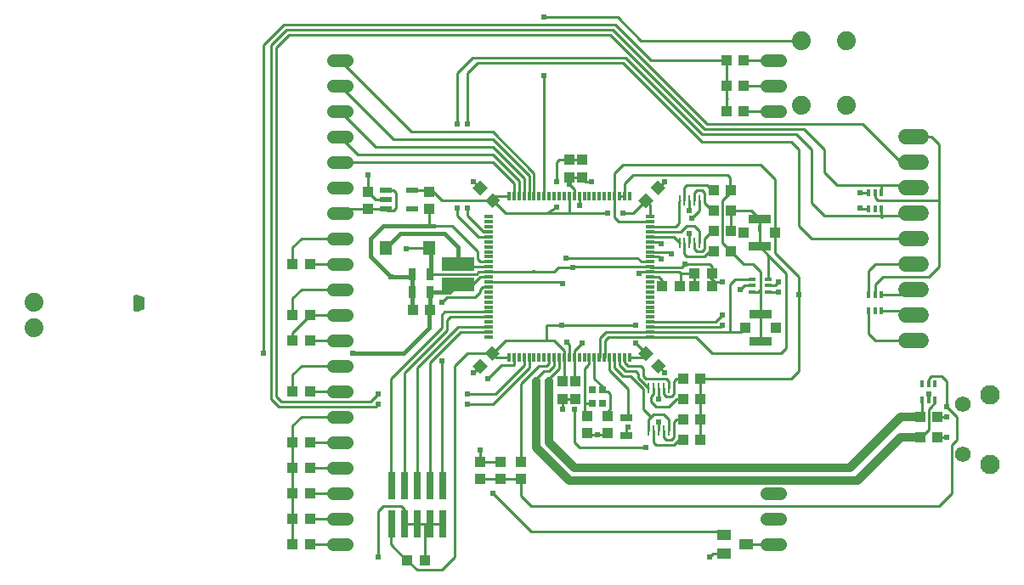
<source format=gtl>
G75*
G70*
%OFA0B0*%
%FSLAX24Y24*%
%IPPOS*%
%LPD*%
%AMOC8*
5,1,8,0,0,1.08239X$1,22.5*
%
%ADD10R,0.0433X0.0394*%
%ADD11R,0.0425X0.0413*%
%ADD12R,0.0413X0.0425*%
%ADD13R,0.0290X0.1100*%
%ADD14R,0.0276X0.0295*%
%ADD15R,0.0394X0.0433*%
%ADD16C,0.0768*%
%ADD17C,0.0620*%
%ADD18R,0.0354X0.0118*%
%ADD19R,0.0118X0.0354*%
%ADD20R,0.1260X0.0551*%
%ADD21R,0.0500X0.0579*%
%ADD22C,0.0160*%
%ADD23R,0.0472X0.0315*%
%ADD24R,0.0098X0.0394*%
%ADD25R,0.0866X0.0335*%
%ADD26R,0.0413X0.0394*%
%ADD27R,0.0276X0.0118*%
%ADD28C,0.0600*%
%ADD29R,0.0118X0.0276*%
%ADD30C,0.0740*%
%ADD31R,0.0472X0.0217*%
%ADD32R,0.0315X0.0472*%
%ADD33C,0.0515*%
%ADD34R,0.0551X0.0394*%
%ADD35C,0.0000*%
%ADD36C,0.0001*%
%ADD37C,0.0100*%
%ADD38C,0.0238*%
%ADD39C,0.0160*%
%ADD40C,0.0320*%
D10*
X015995Y014330D03*
X016665Y014330D03*
X026595Y011630D03*
X027265Y011630D03*
X027265Y010830D03*
X026595Y010830D03*
X026595Y010030D03*
X027265Y010030D03*
X027265Y009230D03*
X026595Y009230D03*
X035895Y009330D03*
X036565Y009330D03*
X036565Y010130D03*
X035895Y010130D03*
X028465Y016630D03*
X027795Y016630D03*
X027795Y017430D03*
X028465Y017430D03*
X028465Y018230D03*
X027795Y018230D03*
X027795Y019030D03*
X028465Y019030D03*
X028295Y022130D03*
X028965Y022130D03*
X028965Y023130D03*
X028295Y023130D03*
X028295Y024130D03*
X028965Y024130D03*
D11*
X022630Y020224D03*
X022130Y020224D03*
X022130Y019536D03*
X022630Y019536D03*
X022380Y011524D03*
X021880Y011524D03*
X021880Y010836D03*
X022380Y010836D03*
D12*
X011286Y005130D03*
X011974Y005130D03*
X011974Y006130D03*
X011286Y006130D03*
X011286Y007130D03*
X011974Y007130D03*
X011974Y008130D03*
X011286Y008130D03*
X011286Y009130D03*
X011974Y009130D03*
X011974Y011130D03*
X011286Y011130D03*
X011286Y013130D03*
X011974Y013130D03*
X011974Y014130D03*
X011286Y014130D03*
X011286Y016130D03*
X011974Y016130D03*
G36*
X018640Y019419D02*
X018931Y019128D01*
X018632Y018829D01*
X018341Y019120D01*
X018640Y019419D01*
G37*
G36*
X019128Y018931D02*
X019419Y018640D01*
X019120Y018341D01*
X018829Y018632D01*
X019128Y018931D01*
G37*
G36*
X025431Y018632D02*
X025140Y018341D01*
X024841Y018640D01*
X025132Y018931D01*
X025431Y018632D01*
G37*
G36*
X025919Y019120D02*
X025628Y018829D01*
X025329Y019128D01*
X025620Y019419D01*
X025919Y019120D01*
G37*
X027036Y015755D03*
X027036Y015255D03*
X026474Y015255D03*
X025786Y015255D03*
X027724Y015255D03*
X027724Y015755D03*
G36*
X025132Y012329D02*
X024841Y012620D01*
X025140Y012919D01*
X025431Y012628D01*
X025132Y012329D01*
G37*
G36*
X025620Y011841D02*
X025329Y012132D01*
X025628Y012431D01*
X025919Y012140D01*
X025620Y011841D01*
G37*
G36*
X018829Y012628D02*
X019120Y012919D01*
X019419Y012620D01*
X019128Y012329D01*
X018829Y012628D01*
G37*
G36*
X018341Y012140D02*
X018632Y012431D01*
X018931Y012132D01*
X018640Y011841D01*
X018341Y012140D01*
G37*
X016472Y004510D03*
X015783Y004510D03*
D13*
X015660Y005940D03*
X016160Y005940D03*
X016660Y005940D03*
X017160Y005940D03*
X017160Y007440D03*
X016660Y007440D03*
X016160Y007440D03*
X015660Y007440D03*
X015160Y007440D03*
X015160Y005940D03*
D14*
X023033Y010664D03*
X023427Y010664D03*
X023427Y011196D03*
X023033Y011196D03*
D15*
X022830Y010165D03*
X022830Y009495D03*
X023630Y009495D03*
X023630Y010165D03*
X020230Y008365D03*
X020230Y007695D03*
X019430Y007695D03*
X019430Y008365D03*
X018630Y008365D03*
X018630Y007695D03*
X016630Y018295D03*
X016630Y018965D03*
X014230Y018965D03*
X014230Y018295D03*
D16*
X038630Y011012D03*
X038630Y008256D03*
D17*
X037567Y008650D03*
X037567Y010618D03*
D18*
X025299Y013268D03*
X025299Y013465D03*
X025299Y013661D03*
X025299Y013858D03*
X025299Y014055D03*
X025299Y014252D03*
X025299Y014449D03*
X025299Y014646D03*
X025299Y014843D03*
X025299Y015039D03*
X025299Y015236D03*
X025299Y015433D03*
X025299Y015630D03*
X025299Y015827D03*
X025299Y016024D03*
X025299Y016221D03*
X025299Y016417D03*
X025299Y016614D03*
X025299Y016811D03*
X025299Y017008D03*
X025299Y017205D03*
X025299Y017402D03*
X025299Y017599D03*
X025299Y017795D03*
X025299Y017992D03*
X018961Y017992D03*
X018961Y017795D03*
X018961Y017599D03*
X018961Y017402D03*
X018961Y017205D03*
X018961Y017008D03*
X018961Y016811D03*
X018961Y016614D03*
X018961Y016417D03*
X018961Y016221D03*
X018961Y016024D03*
X018961Y015827D03*
X018961Y015630D03*
X018961Y015433D03*
X018961Y015236D03*
X018961Y015039D03*
X018961Y014843D03*
X018961Y014646D03*
X018961Y014449D03*
X018961Y014252D03*
X018961Y014055D03*
X018961Y013858D03*
X018961Y013661D03*
X018961Y013465D03*
X018961Y013268D03*
D19*
X019768Y012461D03*
X019965Y012461D03*
X020161Y012461D03*
X020358Y012461D03*
X020555Y012461D03*
X020752Y012461D03*
X020949Y012461D03*
X021146Y012461D03*
X021343Y012461D03*
X021539Y012461D03*
X021736Y012461D03*
X021933Y012461D03*
X022130Y012461D03*
X022327Y012461D03*
X022524Y012461D03*
X022721Y012461D03*
X022917Y012461D03*
X023114Y012461D03*
X023311Y012461D03*
X023508Y012461D03*
X023705Y012461D03*
X023902Y012461D03*
X024099Y012461D03*
X024295Y012461D03*
X024492Y012461D03*
X024492Y018799D03*
X024295Y018799D03*
X024099Y018799D03*
X023902Y018799D03*
X023705Y018799D03*
X023508Y018799D03*
X023311Y018799D03*
X023114Y018799D03*
X022917Y018799D03*
X022721Y018799D03*
X022524Y018799D03*
X022327Y018799D03*
X022130Y018799D03*
X021933Y018799D03*
X021736Y018799D03*
X021539Y018799D03*
X021343Y018799D03*
X021146Y018799D03*
X020949Y018799D03*
X020752Y018799D03*
X020555Y018799D03*
X020358Y018799D03*
X020161Y018799D03*
X019965Y018799D03*
X019768Y018799D03*
D20*
X017755Y016130D03*
X017755Y015343D03*
D21*
X016626Y016755D03*
X014934Y016755D03*
D22*
X020730Y015830D03*
X020730Y015830D03*
D23*
X024380Y010109D03*
X024380Y009401D03*
D24*
X025236Y009598D03*
X025433Y009598D03*
X025630Y009598D03*
X025827Y009598D03*
X026024Y009598D03*
X026024Y011262D03*
X025827Y011262D03*
X025630Y011262D03*
X025433Y011262D03*
X025236Y011262D03*
X026455Y016971D03*
X026652Y016971D03*
X026849Y016971D03*
X027046Y016971D03*
X027243Y016971D03*
X027243Y018634D03*
X027046Y018634D03*
X026849Y018634D03*
X026652Y018634D03*
X026455Y018634D03*
D25*
X029587Y017900D03*
X029587Y016817D03*
X029630Y014171D03*
X029630Y013089D03*
D26*
X029030Y013630D03*
X030230Y013630D03*
X030187Y017358D03*
X028986Y017358D03*
D27*
X029317Y015549D03*
X029317Y015293D03*
X029317Y015037D03*
X029947Y015037D03*
X029947Y015293D03*
X029947Y015549D03*
D28*
X035330Y015134D02*
X035930Y015134D01*
X035930Y014134D02*
X035330Y014134D01*
X035330Y013134D02*
X035930Y013134D01*
X035930Y016134D02*
X035330Y016134D01*
X035330Y017134D02*
X035930Y017134D01*
X035930Y018134D02*
X035330Y018134D01*
X035330Y019134D02*
X035930Y019134D01*
X035930Y020134D02*
X035330Y020134D01*
X035330Y021134D02*
X035930Y021134D01*
D29*
X034386Y018945D03*
X034130Y018945D03*
X033874Y018945D03*
X033874Y018315D03*
X034130Y018315D03*
X034386Y018315D03*
X034386Y014945D03*
X034130Y014945D03*
X033874Y014945D03*
X033874Y014315D03*
X034130Y014315D03*
X034386Y014315D03*
X035974Y011445D03*
X036230Y011445D03*
X036486Y011445D03*
X036486Y010815D03*
X036230Y010815D03*
X035974Y010815D03*
D30*
X033020Y022350D03*
X031240Y022350D03*
X031240Y024910D03*
X033020Y024910D03*
X001130Y014630D03*
X001130Y013630D03*
D31*
X014952Y018284D03*
X014952Y018658D03*
X014952Y019032D03*
X015976Y019032D03*
X015976Y018284D03*
D32*
X015976Y015730D03*
X016684Y015730D03*
X016684Y015030D03*
X015976Y015030D03*
D33*
X013387Y015130D02*
X012873Y015130D01*
X012873Y014130D02*
X013387Y014130D01*
X013387Y013130D02*
X012873Y013130D01*
X012873Y012130D02*
X013387Y012130D01*
X013387Y011130D02*
X012873Y011130D01*
X012873Y010130D02*
X013387Y010130D01*
X013387Y009130D02*
X012873Y009130D01*
X012873Y008130D02*
X013387Y008130D01*
X013387Y007130D02*
X012873Y007130D01*
X012873Y006130D02*
X013387Y006130D01*
X013387Y005130D02*
X012873Y005130D01*
X012873Y016130D02*
X013387Y016130D01*
X013387Y017130D02*
X012873Y017130D01*
X012873Y018130D02*
X013387Y018130D01*
X013387Y019130D02*
X012873Y019130D01*
X012873Y020130D02*
X013387Y020130D01*
X013387Y021130D02*
X012873Y021130D01*
X012873Y022130D02*
X013387Y022130D01*
X013387Y023130D02*
X012873Y023130D01*
X012873Y024130D02*
X013387Y024130D01*
X029873Y024130D02*
X030387Y024130D01*
X030387Y023130D02*
X029873Y023130D01*
X029873Y022130D02*
X030387Y022130D01*
X030387Y007130D02*
X029873Y007130D01*
X029873Y006130D02*
X030387Y006130D01*
X030387Y005130D02*
X029873Y005130D01*
D34*
X029063Y005130D03*
X028197Y004756D03*
X028197Y005504D03*
D35*
X005435Y014394D02*
X005435Y014772D01*
X005435Y014819D01*
X005396Y014835D01*
X005352Y014850D01*
X005309Y014866D01*
X005266Y014882D01*
X005223Y014898D01*
X005179Y014913D01*
X005140Y014929D01*
X005100Y014913D01*
X005065Y014898D01*
X005026Y014878D01*
X005026Y014335D01*
X005065Y014319D01*
X005100Y014303D01*
X005140Y014284D01*
X005179Y014299D01*
X005223Y014315D01*
X005266Y014331D01*
X005309Y014347D01*
X005352Y014362D01*
X005396Y014378D01*
X005435Y014394D01*
D36*
X005026Y014394D01*
X005026Y014395D02*
X005435Y014395D01*
X005435Y014396D02*
X005026Y014396D01*
X005026Y014397D02*
X005435Y014397D01*
X005435Y014398D02*
X005026Y014398D01*
X005026Y014399D02*
X005435Y014399D01*
X005435Y014400D02*
X005026Y014400D01*
X005026Y014401D02*
X005435Y014401D01*
X005435Y014402D02*
X005026Y014402D01*
X005026Y014403D02*
X005435Y014403D01*
X005435Y014404D02*
X005026Y014404D01*
X005026Y014405D02*
X005435Y014405D01*
X005435Y014406D02*
X005026Y014406D01*
X005026Y014407D02*
X005435Y014407D01*
X005435Y014408D02*
X005026Y014408D01*
X005026Y014409D02*
X005435Y014409D01*
X005435Y014410D02*
X005026Y014410D01*
X005026Y014411D02*
X005435Y014411D01*
X005435Y014412D02*
X005026Y014412D01*
X005026Y014413D02*
X005435Y014413D01*
X005435Y014414D02*
X005026Y014414D01*
X005026Y014415D02*
X005435Y014415D01*
X005435Y014416D02*
X005026Y014416D01*
X005026Y014417D02*
X005435Y014417D01*
X005435Y014418D02*
X005026Y014418D01*
X005026Y014419D02*
X005435Y014419D01*
X005435Y014420D02*
X005026Y014420D01*
X005026Y014421D02*
X005435Y014421D01*
X005435Y014422D02*
X005026Y014422D01*
X005026Y014423D02*
X005435Y014423D01*
X005435Y014424D02*
X005026Y014424D01*
X005026Y014425D02*
X005435Y014425D01*
X005435Y014426D02*
X005026Y014426D01*
X005026Y014427D02*
X005435Y014427D01*
X005435Y014428D02*
X005026Y014428D01*
X005026Y014429D02*
X005435Y014429D01*
X005435Y014430D02*
X005026Y014430D01*
X005026Y014431D02*
X005435Y014431D01*
X005435Y014432D02*
X005026Y014432D01*
X005026Y014433D02*
X005435Y014433D01*
X005435Y014434D02*
X005026Y014434D01*
X005026Y014435D02*
X005435Y014435D01*
X005435Y014436D02*
X005026Y014436D01*
X005026Y014437D02*
X005435Y014437D01*
X005435Y014438D02*
X005026Y014438D01*
X005026Y014439D02*
X005435Y014439D01*
X005435Y014440D02*
X005026Y014440D01*
X005026Y014441D02*
X005435Y014441D01*
X005435Y014442D02*
X005026Y014442D01*
X005026Y014443D02*
X005435Y014443D01*
X005435Y014444D02*
X005026Y014444D01*
X005026Y014445D02*
X005435Y014445D01*
X005435Y014446D02*
X005026Y014446D01*
X005026Y014447D02*
X005435Y014447D01*
X005435Y014448D02*
X005026Y014448D01*
X005026Y014449D02*
X005435Y014449D01*
X005435Y014450D02*
X005026Y014450D01*
X005026Y014451D02*
X005435Y014451D01*
X005435Y014452D02*
X005026Y014452D01*
X005026Y014453D02*
X005435Y014453D01*
X005435Y014454D02*
X005026Y014454D01*
X005026Y014455D02*
X005435Y014455D01*
X005435Y014456D02*
X005026Y014456D01*
X005026Y014457D02*
X005435Y014457D01*
X005435Y014458D02*
X005026Y014458D01*
X005026Y014459D02*
X005435Y014459D01*
X005435Y014460D02*
X005026Y014460D01*
X005026Y014461D02*
X005435Y014461D01*
X005435Y014462D02*
X005026Y014462D01*
X005026Y014463D02*
X005435Y014463D01*
X005435Y014464D02*
X005026Y014464D01*
X005026Y014465D02*
X005435Y014465D01*
X005435Y014466D02*
X005026Y014466D01*
X005026Y014467D02*
X005435Y014467D01*
X005435Y014468D02*
X005026Y014468D01*
X005026Y014469D02*
X005435Y014469D01*
X005435Y014470D02*
X005026Y014470D01*
X005026Y014471D02*
X005435Y014471D01*
X005435Y014472D02*
X005026Y014472D01*
X005026Y014473D02*
X005435Y014473D01*
X005435Y014474D02*
X005026Y014474D01*
X005026Y014475D02*
X005435Y014475D01*
X005435Y014476D02*
X005026Y014476D01*
X005026Y014477D02*
X005435Y014477D01*
X005435Y014478D02*
X005026Y014478D01*
X005026Y014479D02*
X005435Y014479D01*
X005435Y014480D02*
X005026Y014480D01*
X005026Y014481D02*
X005435Y014481D01*
X005435Y014482D02*
X005026Y014482D01*
X005026Y014483D02*
X005435Y014483D01*
X005435Y014484D02*
X005026Y014484D01*
X005026Y014485D02*
X005435Y014485D01*
X005435Y014486D02*
X005026Y014486D01*
X005026Y014487D02*
X005435Y014487D01*
X005435Y014488D02*
X005026Y014488D01*
X005026Y014489D02*
X005435Y014489D01*
X005435Y014490D02*
X005026Y014490D01*
X005026Y014491D02*
X005435Y014491D01*
X005435Y014492D02*
X005026Y014492D01*
X005026Y014493D02*
X005435Y014493D01*
X005435Y014494D02*
X005026Y014494D01*
X005026Y014495D02*
X005435Y014495D01*
X005435Y014496D02*
X005026Y014496D01*
X005026Y014497D02*
X005435Y014497D01*
X005435Y014498D02*
X005026Y014498D01*
X005026Y014499D02*
X005435Y014499D01*
X005435Y014500D02*
X005026Y014500D01*
X005026Y014501D02*
X005435Y014501D01*
X005435Y014502D02*
X005026Y014502D01*
X005026Y014503D02*
X005435Y014503D01*
X005435Y014504D02*
X005026Y014504D01*
X005026Y014505D02*
X005435Y014505D01*
X005435Y014506D02*
X005026Y014506D01*
X005026Y014507D02*
X005435Y014507D01*
X005435Y014508D02*
X005026Y014508D01*
X005026Y014509D02*
X005435Y014509D01*
X005435Y014510D02*
X005026Y014510D01*
X005026Y014511D02*
X005435Y014511D01*
X005435Y014512D02*
X005026Y014512D01*
X005026Y014513D02*
X005435Y014513D01*
X005435Y014514D02*
X005026Y014514D01*
X005026Y014515D02*
X005435Y014515D01*
X005435Y014516D02*
X005026Y014516D01*
X005026Y014517D02*
X005435Y014517D01*
X005435Y014518D02*
X005026Y014518D01*
X005026Y014519D02*
X005435Y014519D01*
X005435Y014520D02*
X005026Y014520D01*
X005026Y014521D02*
X005435Y014521D01*
X005435Y014522D02*
X005026Y014522D01*
X005026Y014523D02*
X005435Y014523D01*
X005435Y014524D02*
X005026Y014524D01*
X005026Y014525D02*
X005435Y014525D01*
X005435Y014526D02*
X005026Y014526D01*
X005026Y014527D02*
X005435Y014527D01*
X005435Y014528D02*
X005026Y014528D01*
X005026Y014529D02*
X005435Y014529D01*
X005435Y014530D02*
X005026Y014530D01*
X005026Y014531D02*
X005435Y014531D01*
X005435Y014532D02*
X005026Y014532D01*
X005026Y014533D02*
X005435Y014533D01*
X005435Y014534D02*
X005026Y014534D01*
X005026Y014535D02*
X005435Y014535D01*
X005435Y014536D02*
X005026Y014536D01*
X005026Y014537D02*
X005435Y014537D01*
X005435Y014538D02*
X005026Y014538D01*
X005026Y014539D02*
X005435Y014539D01*
X005435Y014540D02*
X005026Y014540D01*
X005026Y014541D02*
X005435Y014541D01*
X005435Y014542D02*
X005026Y014542D01*
X005026Y014543D02*
X005435Y014543D01*
X005435Y014544D02*
X005026Y014544D01*
X005026Y014545D02*
X005435Y014545D01*
X005435Y014546D02*
X005026Y014546D01*
X005026Y014547D02*
X005435Y014547D01*
X005435Y014548D02*
X005026Y014548D01*
X005026Y014549D02*
X005435Y014549D01*
X005435Y014550D02*
X005026Y014550D01*
X005026Y014551D02*
X005435Y014551D01*
X005435Y014552D02*
X005026Y014552D01*
X005026Y014553D02*
X005435Y014553D01*
X005435Y014554D02*
X005026Y014554D01*
X005026Y014555D02*
X005435Y014555D01*
X005435Y014556D02*
X005026Y014556D01*
X005026Y014557D02*
X005435Y014557D01*
X005435Y014558D02*
X005026Y014558D01*
X005026Y014559D02*
X005435Y014559D01*
X005435Y014560D02*
X005026Y014560D01*
X005026Y014561D02*
X005435Y014561D01*
X005435Y014562D02*
X005026Y014562D01*
X005026Y014563D02*
X005435Y014563D01*
X005435Y014564D02*
X005026Y014564D01*
X005026Y014565D02*
X005435Y014565D01*
X005435Y014566D02*
X005026Y014566D01*
X005026Y014567D02*
X005435Y014567D01*
X005435Y014568D02*
X005026Y014568D01*
X005026Y014569D02*
X005435Y014569D01*
X005435Y014570D02*
X005026Y014570D01*
X005026Y014571D02*
X005435Y014571D01*
X005435Y014572D02*
X005026Y014572D01*
X005026Y014573D02*
X005435Y014573D01*
X005435Y014574D02*
X005026Y014574D01*
X005026Y014575D02*
X005435Y014575D01*
X005435Y014576D02*
X005026Y014576D01*
X005026Y014577D02*
X005435Y014577D01*
X005435Y014578D02*
X005026Y014578D01*
X005026Y014579D02*
X005435Y014579D01*
X005435Y014580D02*
X005026Y014580D01*
X005026Y014581D02*
X005435Y014581D01*
X005435Y014582D02*
X005026Y014582D01*
X005026Y014583D02*
X005435Y014583D01*
X005435Y014584D02*
X005026Y014584D01*
X005026Y014585D02*
X005435Y014585D01*
X005435Y014586D02*
X005026Y014586D01*
X005026Y014587D02*
X005435Y014587D01*
X005435Y014588D02*
X005026Y014588D01*
X005026Y014589D02*
X005435Y014589D01*
X005435Y014590D02*
X005026Y014590D01*
X005026Y014591D02*
X005435Y014591D01*
X005435Y014592D02*
X005026Y014592D01*
X005026Y014593D02*
X005435Y014593D01*
X005435Y014594D02*
X005026Y014594D01*
X005026Y014595D02*
X005435Y014595D01*
X005435Y014596D02*
X005026Y014596D01*
X005026Y014597D02*
X005435Y014597D01*
X005435Y014598D02*
X005026Y014598D01*
X005026Y014599D02*
X005435Y014599D01*
X005435Y014600D02*
X005026Y014600D01*
X005026Y014601D02*
X005435Y014601D01*
X005435Y014602D02*
X005026Y014602D01*
X005026Y014603D02*
X005435Y014603D01*
X005435Y014604D02*
X005026Y014604D01*
X005026Y014605D02*
X005435Y014605D01*
X005435Y014606D02*
X005026Y014606D01*
X005026Y014607D02*
X005435Y014607D01*
X005435Y014608D02*
X005026Y014608D01*
X005026Y014609D02*
X005435Y014609D01*
X005435Y014610D02*
X005026Y014610D01*
X005026Y014611D02*
X005435Y014611D01*
X005435Y014612D02*
X005026Y014612D01*
X005026Y014613D02*
X005435Y014613D01*
X005435Y014614D02*
X005026Y014614D01*
X005026Y014615D02*
X005435Y014615D01*
X005435Y014616D02*
X005026Y014616D01*
X005026Y014617D02*
X005435Y014617D01*
X005435Y014618D02*
X005026Y014618D01*
X005026Y014619D02*
X005435Y014619D01*
X005435Y014620D02*
X005026Y014620D01*
X005026Y014621D02*
X005435Y014621D01*
X005435Y014622D02*
X005026Y014622D01*
X005026Y014623D02*
X005435Y014623D01*
X005435Y014624D02*
X005026Y014624D01*
X005026Y014625D02*
X005435Y014625D01*
X005435Y014626D02*
X005026Y014626D01*
X005026Y014627D02*
X005435Y014627D01*
X005435Y014628D02*
X005026Y014628D01*
X005026Y014629D02*
X005435Y014629D01*
X005435Y014630D02*
X005026Y014630D01*
X005026Y014631D02*
X005435Y014631D01*
X005435Y014632D02*
X005026Y014632D01*
X005026Y014633D02*
X005435Y014633D01*
X005435Y014634D02*
X005026Y014634D01*
X005026Y014635D02*
X005435Y014635D01*
X005435Y014636D02*
X005026Y014636D01*
X005026Y014637D02*
X005435Y014637D01*
X005435Y014638D02*
X005026Y014638D01*
X005026Y014639D02*
X005435Y014639D01*
X005435Y014640D02*
X005026Y014640D01*
X005026Y014641D02*
X005435Y014641D01*
X005435Y014642D02*
X005026Y014642D01*
X005026Y014643D02*
X005435Y014643D01*
X005435Y014644D02*
X005026Y014644D01*
X005026Y014645D02*
X005435Y014645D01*
X005435Y014646D02*
X005026Y014646D01*
X005026Y014647D02*
X005435Y014647D01*
X005435Y014648D02*
X005026Y014648D01*
X005026Y014649D02*
X005435Y014649D01*
X005435Y014650D02*
X005026Y014650D01*
X005026Y014651D02*
X005435Y014651D01*
X005435Y014652D02*
X005026Y014652D01*
X005026Y014653D02*
X005435Y014653D01*
X005435Y014654D02*
X005026Y014654D01*
X005026Y014655D02*
X005435Y014655D01*
X005435Y014656D02*
X005026Y014656D01*
X005026Y014657D02*
X005435Y014657D01*
X005435Y014658D02*
X005026Y014658D01*
X005026Y014659D02*
X005435Y014659D01*
X005435Y014660D02*
X005026Y014660D01*
X005026Y014661D02*
X005435Y014661D01*
X005435Y014662D02*
X005026Y014662D01*
X005026Y014663D02*
X005435Y014663D01*
X005435Y014664D02*
X005026Y014664D01*
X005026Y014665D02*
X005435Y014665D01*
X005435Y014666D02*
X005026Y014666D01*
X005026Y014667D02*
X005435Y014667D01*
X005435Y014668D02*
X005026Y014668D01*
X005026Y014669D02*
X005435Y014669D01*
X005435Y014670D02*
X005026Y014670D01*
X005026Y014671D02*
X005435Y014671D01*
X005435Y014672D02*
X005026Y014672D01*
X005026Y014673D02*
X005435Y014673D01*
X005435Y014674D02*
X005026Y014674D01*
X005026Y014675D02*
X005435Y014675D01*
X005435Y014676D02*
X005026Y014676D01*
X005026Y014677D02*
X005435Y014677D01*
X005435Y014678D02*
X005026Y014678D01*
X005026Y014679D02*
X005435Y014679D01*
X005435Y014680D02*
X005026Y014680D01*
X005026Y014681D02*
X005435Y014681D01*
X005435Y014682D02*
X005026Y014682D01*
X005026Y014683D02*
X005435Y014683D01*
X005435Y014684D02*
X005026Y014684D01*
X005026Y014685D02*
X005435Y014685D01*
X005435Y014686D02*
X005026Y014686D01*
X005026Y014687D02*
X005435Y014687D01*
X005435Y014688D02*
X005026Y014688D01*
X005026Y014689D02*
X005435Y014689D01*
X005435Y014690D02*
X005026Y014690D01*
X005026Y014691D02*
X005435Y014691D01*
X005435Y014692D02*
X005026Y014692D01*
X005026Y014693D02*
X005435Y014693D01*
X005435Y014694D02*
X005026Y014694D01*
X005026Y014695D02*
X005435Y014695D01*
X005435Y014696D02*
X005026Y014696D01*
X005026Y014697D02*
X005435Y014697D01*
X005435Y014698D02*
X005026Y014698D01*
X005026Y014699D02*
X005435Y014699D01*
X005435Y014700D02*
X005026Y014700D01*
X005026Y014701D02*
X005435Y014701D01*
X005435Y014702D02*
X005026Y014702D01*
X005026Y014703D02*
X005435Y014703D01*
X005435Y014704D02*
X005026Y014704D01*
X005026Y014705D02*
X005435Y014705D01*
X005435Y014706D02*
X005026Y014706D01*
X005026Y014707D02*
X005435Y014707D01*
X005435Y014708D02*
X005026Y014708D01*
X005026Y014709D02*
X005435Y014709D01*
X005435Y014710D02*
X005026Y014710D01*
X005026Y014711D02*
X005435Y014711D01*
X005435Y014712D02*
X005026Y014712D01*
X005026Y014713D02*
X005435Y014713D01*
X005435Y014714D02*
X005026Y014714D01*
X005026Y014715D02*
X005435Y014715D01*
X005435Y014716D02*
X005026Y014716D01*
X005026Y014717D02*
X005435Y014717D01*
X005435Y014718D02*
X005026Y014718D01*
X005026Y014719D02*
X005435Y014719D01*
X005435Y014720D02*
X005026Y014720D01*
X005026Y014721D02*
X005435Y014721D01*
X005435Y014722D02*
X005026Y014722D01*
X005026Y014723D02*
X005435Y014723D01*
X005435Y014724D02*
X005026Y014724D01*
X005026Y014725D02*
X005435Y014725D01*
X005435Y014726D02*
X005026Y014726D01*
X005026Y014727D02*
X005435Y014727D01*
X005435Y014728D02*
X005026Y014728D01*
X005026Y014729D02*
X005435Y014729D01*
X005435Y014730D02*
X005026Y014730D01*
X005026Y014731D02*
X005435Y014731D01*
X005435Y014732D02*
X005026Y014732D01*
X005026Y014733D02*
X005435Y014733D01*
X005435Y014734D02*
X005026Y014734D01*
X005026Y014735D02*
X005435Y014735D01*
X005435Y014736D02*
X005026Y014736D01*
X005026Y014737D02*
X005435Y014737D01*
X005435Y014738D02*
X005026Y014738D01*
X005026Y014739D02*
X005435Y014739D01*
X005435Y014740D02*
X005026Y014740D01*
X005026Y014741D02*
X005435Y014741D01*
X005435Y014742D02*
X005026Y014742D01*
X005026Y014743D02*
X005435Y014743D01*
X005435Y014744D02*
X005026Y014744D01*
X005026Y014745D02*
X005435Y014745D01*
X005435Y014746D02*
X005026Y014746D01*
X005026Y014747D02*
X005435Y014747D01*
X005435Y014748D02*
X005026Y014748D01*
X005026Y014749D02*
X005435Y014749D01*
X005435Y014750D02*
X005026Y014750D01*
X005026Y014751D02*
X005435Y014751D01*
X005435Y014752D02*
X005026Y014752D01*
X005026Y014753D02*
X005435Y014753D01*
X005435Y014754D02*
X005026Y014754D01*
X005026Y014755D02*
X005435Y014755D01*
X005435Y014756D02*
X005026Y014756D01*
X005026Y014757D02*
X005435Y014757D01*
X005435Y014758D02*
X005026Y014758D01*
X005026Y014759D02*
X005435Y014759D01*
X005435Y014760D02*
X005026Y014760D01*
X005026Y014761D02*
X005435Y014761D01*
X005435Y014762D02*
X005026Y014762D01*
X005026Y014763D02*
X005435Y014763D01*
X005435Y014764D02*
X005026Y014764D01*
X005026Y014765D02*
X005435Y014765D01*
X005435Y014766D02*
X005026Y014766D01*
X005026Y014767D02*
X005435Y014767D01*
X005435Y014768D02*
X005026Y014768D01*
X005026Y014769D02*
X005435Y014769D01*
X005435Y014770D02*
X005026Y014770D01*
X005026Y014771D02*
X005435Y014771D01*
X005435Y014772D02*
X005026Y014772D01*
X005026Y014773D02*
X005435Y014773D01*
X005435Y014774D02*
X005026Y014774D01*
X005026Y014775D02*
X005435Y014775D01*
X005435Y014776D02*
X005026Y014776D01*
X005026Y014777D02*
X005435Y014777D01*
X005435Y014778D02*
X005026Y014778D01*
X005026Y014779D02*
X005435Y014779D01*
X005435Y014780D02*
X005026Y014780D01*
X005026Y014781D02*
X005435Y014781D01*
X005435Y014782D02*
X005026Y014782D01*
X005026Y014783D02*
X005435Y014783D01*
X005435Y014784D02*
X005026Y014784D01*
X005026Y014785D02*
X005435Y014785D01*
X005435Y014786D02*
X005026Y014786D01*
X005026Y014787D02*
X005435Y014787D01*
X005435Y014788D02*
X005026Y014788D01*
X005026Y014789D02*
X005435Y014789D01*
X005435Y014790D02*
X005026Y014790D01*
X005026Y014791D02*
X005435Y014791D01*
X005435Y014792D02*
X005026Y014792D01*
X005026Y014793D02*
X005435Y014793D01*
X005435Y014794D02*
X005026Y014794D01*
X005026Y014795D02*
X005435Y014795D01*
X005435Y014796D02*
X005026Y014796D01*
X005026Y014797D02*
X005435Y014797D01*
X005435Y014798D02*
X005026Y014798D01*
X005026Y014799D02*
X005435Y014799D01*
X005435Y014800D02*
X005026Y014800D01*
X005026Y014801D02*
X005435Y014801D01*
X005435Y014802D02*
X005026Y014802D01*
X005026Y014803D02*
X005435Y014803D01*
X005435Y014804D02*
X005026Y014804D01*
X005026Y014805D02*
X005435Y014805D01*
X005435Y014806D02*
X005026Y014806D01*
X005026Y014807D02*
X005435Y014807D01*
X005435Y014808D02*
X005026Y014808D01*
X005026Y014809D02*
X005435Y014809D01*
X005435Y014810D02*
X005026Y014810D01*
X005026Y014811D02*
X005435Y014811D01*
X005435Y014812D02*
X005026Y014812D01*
X005026Y014813D02*
X005435Y014813D01*
X005435Y014814D02*
X005026Y014814D01*
X005026Y014815D02*
X005435Y014815D01*
X005435Y014816D02*
X005026Y014816D01*
X005026Y014817D02*
X005435Y014817D01*
X005435Y014818D02*
X005026Y014818D01*
X005026Y014819D02*
X005435Y014819D01*
X005434Y014820D02*
X005026Y014820D01*
X005026Y014821D02*
X005431Y014821D01*
X005429Y014822D02*
X005026Y014822D01*
X005026Y014823D02*
X005426Y014823D01*
X005424Y014824D02*
X005026Y014824D01*
X005026Y014825D02*
X005421Y014825D01*
X005419Y014826D02*
X005026Y014826D01*
X005026Y014827D02*
X005416Y014827D01*
X005414Y014828D02*
X005026Y014828D01*
X005026Y014829D02*
X005411Y014829D01*
X005409Y014830D02*
X005026Y014830D01*
X005026Y014831D02*
X005406Y014831D01*
X005404Y014832D02*
X005026Y014832D01*
X005026Y014833D02*
X005401Y014833D01*
X005399Y014834D02*
X005026Y014834D01*
X005026Y014835D02*
X005396Y014835D01*
X005394Y014836D02*
X005026Y014836D01*
X005026Y014837D02*
X005391Y014837D01*
X005388Y014838D02*
X005026Y014838D01*
X005026Y014839D02*
X005385Y014839D01*
X005383Y014840D02*
X005026Y014840D01*
X005026Y014841D02*
X005380Y014841D01*
X005377Y014842D02*
X005026Y014842D01*
X005026Y014843D02*
X005374Y014843D01*
X005372Y014844D02*
X005026Y014844D01*
X005026Y014845D02*
X005369Y014845D01*
X005366Y014846D02*
X005026Y014846D01*
X005026Y014847D02*
X005363Y014847D01*
X005361Y014848D02*
X005026Y014848D01*
X005358Y014848D01*
X005355Y014849D02*
X005026Y014849D01*
X005026Y014850D02*
X005352Y014850D01*
X005350Y014851D02*
X005026Y014851D01*
X005026Y014852D02*
X005347Y014852D01*
X005344Y014853D02*
X005026Y014853D01*
X005026Y014854D02*
X005341Y014854D01*
X005339Y014855D02*
X005026Y014855D01*
X005026Y014856D02*
X005336Y014856D01*
X005333Y014857D02*
X005026Y014857D01*
X005026Y014858D02*
X005330Y014858D01*
X005328Y014859D02*
X005026Y014859D01*
X005026Y014860D02*
X005325Y014860D01*
X005322Y014861D02*
X005026Y014861D01*
X005026Y014862D02*
X005319Y014862D01*
X005317Y014863D02*
X005026Y014863D01*
X005026Y014864D02*
X005314Y014864D01*
X005311Y014865D02*
X005026Y014865D01*
X005026Y014866D02*
X005308Y014866D01*
X005306Y014867D02*
X005026Y014867D01*
X005026Y014868D02*
X005303Y014868D01*
X005300Y014869D02*
X005026Y014869D01*
X005026Y014870D02*
X005297Y014870D01*
X005295Y014871D02*
X005026Y014871D01*
X005026Y014872D02*
X005292Y014872D01*
X005289Y014873D02*
X005026Y014873D01*
X005026Y014874D02*
X005286Y014874D01*
X005284Y014875D02*
X005026Y014875D01*
X005026Y014876D02*
X005281Y014876D01*
X005278Y014877D02*
X005026Y014877D01*
X005027Y014878D02*
X005275Y014878D01*
X005273Y014879D02*
X005029Y014879D01*
X005031Y014880D02*
X005270Y014880D01*
X005267Y014881D02*
X005033Y014881D01*
X005035Y014882D02*
X005264Y014882D01*
X005262Y014883D02*
X005037Y014883D01*
X005039Y014884D02*
X005259Y014884D01*
X005256Y014885D02*
X005041Y014885D01*
X005043Y014886D02*
X005253Y014886D01*
X005251Y014887D02*
X005045Y014887D01*
X005047Y014888D02*
X005248Y014888D01*
X005245Y014889D02*
X005049Y014889D01*
X005051Y014890D02*
X005242Y014890D01*
X005240Y014891D02*
X005053Y014891D01*
X005055Y014892D02*
X005237Y014892D01*
X005234Y014893D02*
X005057Y014893D01*
X005059Y014894D02*
X005231Y014894D01*
X005229Y014895D02*
X005061Y014895D01*
X005063Y014896D02*
X005226Y014896D01*
X005223Y014897D02*
X005065Y014897D01*
X005067Y014898D02*
X005221Y014898D01*
X005218Y014899D02*
X005069Y014899D01*
X005071Y014900D02*
X005215Y014900D01*
X005212Y014901D02*
X005073Y014901D01*
X005076Y014902D02*
X005210Y014902D01*
X005207Y014903D02*
X005078Y014903D01*
X005080Y014904D02*
X005204Y014904D01*
X005201Y014905D02*
X005082Y014905D01*
X005085Y014906D02*
X005199Y014906D01*
X005196Y014907D02*
X005087Y014907D01*
X005089Y014908D02*
X005193Y014908D01*
X005190Y014909D02*
X005091Y014909D01*
X005094Y014910D02*
X005188Y014910D01*
X005185Y014911D02*
X005096Y014911D01*
X005098Y014912D02*
X005182Y014912D01*
X005179Y014913D02*
X005100Y014913D01*
X005103Y014914D02*
X005177Y014914D01*
X005174Y014915D02*
X005105Y014915D01*
X005108Y014916D02*
X005172Y014916D01*
X005169Y014917D02*
X005110Y014917D01*
X005113Y014918D02*
X005167Y014918D01*
X005164Y014919D02*
X005115Y014919D01*
X005118Y014920D02*
X005162Y014920D01*
X005159Y014921D02*
X005120Y014921D01*
X005123Y014922D02*
X005157Y014922D01*
X005154Y014923D02*
X005125Y014923D01*
X005128Y014924D02*
X005152Y014924D01*
X005149Y014925D02*
X005130Y014925D01*
X005133Y014926D02*
X005147Y014926D01*
X005144Y014927D02*
X005135Y014927D01*
X005138Y014928D02*
X005142Y014928D01*
X005026Y014393D02*
X005433Y014393D01*
X005431Y014392D02*
X005026Y014392D01*
X005026Y014391D02*
X005428Y014391D01*
X005426Y014390D02*
X005026Y014390D01*
X005026Y014389D02*
X005423Y014389D01*
X005421Y014388D02*
X005026Y014388D01*
X005026Y014387D02*
X005418Y014387D01*
X005416Y014386D02*
X005026Y014386D01*
X005026Y014385D02*
X005413Y014385D01*
X005411Y014384D02*
X005026Y014384D01*
X005026Y014383D02*
X005408Y014383D01*
X005406Y014382D02*
X005026Y014382D01*
X005026Y014381D02*
X005403Y014381D01*
X005401Y014380D02*
X005026Y014380D01*
X005026Y014379D02*
X005398Y014379D01*
X005396Y014378D02*
X005026Y014378D01*
X005026Y014377D02*
X005393Y014377D01*
X005390Y014376D02*
X005026Y014376D01*
X005026Y014375D02*
X005387Y014375D01*
X005385Y014374D02*
X005026Y014374D01*
X005026Y014373D02*
X005382Y014373D01*
X005379Y014372D02*
X005026Y014372D01*
X005026Y014371D02*
X005376Y014371D01*
X005374Y014370D02*
X005026Y014370D01*
X005026Y014369D02*
X005371Y014369D01*
X005368Y014368D02*
X005026Y014368D01*
X005026Y014367D02*
X005365Y014367D01*
X005363Y014366D02*
X005026Y014366D01*
X005026Y014365D02*
X005360Y014365D01*
X005357Y014364D02*
X005026Y014364D01*
X005026Y014363D02*
X005354Y014363D01*
X005352Y014362D02*
X005026Y014362D01*
X005026Y014361D02*
X005349Y014361D01*
X005346Y014360D02*
X005026Y014360D01*
X005026Y014359D02*
X005343Y014359D01*
X005341Y014358D02*
X005026Y014358D01*
X005026Y014357D02*
X005338Y014357D01*
X005335Y014356D02*
X005026Y014356D01*
X005026Y014355D02*
X005332Y014355D01*
X005330Y014354D02*
X005026Y014354D01*
X005026Y014353D02*
X005327Y014353D01*
X005324Y014352D02*
X005026Y014352D01*
X005026Y014351D02*
X005321Y014351D01*
X005319Y014350D02*
X005026Y014350D01*
X005026Y014349D02*
X005316Y014349D01*
X005313Y014348D02*
X005026Y014348D01*
X005026Y014347D02*
X005310Y014347D01*
X005308Y014346D02*
X005026Y014346D01*
X005026Y014345D02*
X005305Y014345D01*
X005302Y014344D02*
X005026Y014344D01*
X005026Y014343D02*
X005299Y014343D01*
X005297Y014342D02*
X005026Y014342D01*
X005026Y014341D02*
X005294Y014341D01*
X005291Y014340D02*
X005026Y014340D01*
X005026Y014339D02*
X005288Y014339D01*
X005286Y014338D02*
X005026Y014338D01*
X005026Y014337D02*
X005283Y014337D01*
X005280Y014336D02*
X005026Y014336D01*
X005026Y014335D02*
X005277Y014335D01*
X005275Y014334D02*
X005027Y014334D01*
X005030Y014333D02*
X005272Y014333D01*
X005269Y014332D02*
X005032Y014332D01*
X005035Y014331D02*
X005266Y014331D01*
X005264Y014330D02*
X005037Y014330D01*
X005040Y014329D02*
X005261Y014329D01*
X005258Y014328D02*
X005042Y014328D01*
X005045Y014327D02*
X005255Y014327D01*
X005253Y014326D02*
X005047Y014326D01*
X005050Y014325D02*
X005250Y014325D01*
X005247Y014324D02*
X005052Y014324D01*
X005055Y014323D02*
X005244Y014323D01*
X005242Y014322D02*
X005057Y014322D01*
X005060Y014321D02*
X005239Y014321D01*
X005236Y014320D02*
X005062Y014320D01*
X005065Y014319D02*
X005233Y014319D01*
X005231Y014318D02*
X005067Y014318D01*
X005069Y014317D02*
X005228Y014317D01*
X005225Y014316D02*
X005072Y014316D01*
X005074Y014315D02*
X005222Y014315D01*
X005220Y014314D02*
X005076Y014314D01*
X005078Y014313D02*
X005217Y014313D01*
X005214Y014312D02*
X005081Y014312D01*
X005083Y014311D02*
X005211Y014311D01*
X005209Y014310D02*
X005085Y014310D01*
X005087Y014309D02*
X005206Y014309D01*
X005203Y014308D02*
X005090Y014308D01*
X005092Y014307D02*
X005201Y014307D01*
X005198Y014306D02*
X005094Y014306D01*
X005096Y014305D02*
X005195Y014305D01*
X005192Y014304D02*
X005099Y014304D01*
X005101Y014303D02*
X005190Y014303D01*
X005187Y014302D02*
X005103Y014302D01*
X005105Y014301D02*
X005184Y014301D01*
X005181Y014300D02*
X005107Y014300D01*
X005109Y014299D02*
X005179Y014299D01*
X005176Y014298D02*
X005111Y014298D01*
X005113Y014297D02*
X005174Y014297D01*
X005171Y014296D02*
X005115Y014296D01*
X005117Y014295D02*
X005169Y014295D01*
X005166Y014294D02*
X005119Y014294D01*
X005121Y014293D02*
X005164Y014293D01*
X005161Y014292D02*
X005123Y014292D01*
X005125Y014291D02*
X005159Y014291D01*
X005156Y014290D02*
X005127Y014290D01*
X005129Y014289D02*
X005154Y014289D01*
X005151Y014288D02*
X005131Y014288D01*
X005133Y014287D02*
X005149Y014287D01*
X005146Y014286D02*
X005135Y014286D01*
X005137Y014285D02*
X005144Y014285D01*
X005141Y014284D02*
X005139Y014284D01*
D37*
X010130Y012630D02*
X010130Y024730D01*
X010930Y025530D01*
X023930Y025530D01*
X025330Y024130D01*
X028130Y024130D01*
X028295Y023965D01*
X028295Y022130D01*
X028295Y022595D01*
X028330Y022630D01*
X028295Y023130D02*
X028295Y022130D01*
X028965Y022130D02*
X030130Y022130D01*
X031330Y021430D02*
X032130Y020630D01*
X032130Y019730D01*
X032630Y019230D01*
X034430Y019230D01*
X034386Y019186D01*
X034386Y018945D01*
X034130Y018945D02*
X034130Y018730D01*
X034230Y018630D01*
X036630Y018630D01*
X036630Y016030D01*
X036230Y015630D01*
X034430Y015630D01*
X034130Y015330D01*
X034130Y014945D01*
X033874Y014945D02*
X033874Y015874D01*
X034130Y016130D01*
X035626Y016130D01*
X035630Y016134D01*
X035626Y017130D02*
X035630Y017134D01*
X035526Y017134D01*
X035626Y017130D02*
X031630Y017130D01*
X031130Y017630D01*
X031130Y020630D01*
X030830Y020930D01*
X027330Y020930D01*
X024230Y024030D01*
X022130Y024030D01*
X018530Y024030D01*
X018130Y023630D01*
X018130Y021630D01*
X017730Y021630D02*
X017730Y023630D01*
X018330Y024230D01*
X022130Y024230D01*
X024330Y024230D01*
X027330Y021230D01*
X031030Y021230D01*
X031630Y020630D01*
X031630Y018530D01*
X032130Y018030D01*
X034430Y018030D01*
X034386Y017974D01*
X034386Y018315D01*
X034430Y018030D02*
X035426Y018030D01*
X035630Y018134D01*
X035626Y018134D01*
X036630Y018630D02*
X036630Y020830D01*
X036330Y021130D01*
X035634Y021130D01*
X035630Y021134D01*
X035630Y020134D02*
X035126Y020134D01*
X033630Y021630D01*
X027630Y021630D01*
X027530Y021630D01*
X023830Y025330D01*
X011030Y025330D01*
X010430Y024730D01*
X010430Y010830D01*
X010730Y010530D01*
X011130Y010530D01*
X014530Y010530D01*
X014630Y010630D01*
X014330Y010730D02*
X014630Y011030D01*
X014330Y010730D02*
X011130Y010730D01*
X010830Y010730D01*
X010630Y010930D01*
X010630Y024630D01*
X011130Y025130D01*
X023730Y025130D01*
X027430Y021430D01*
X031330Y021430D01*
X029630Y020030D02*
X024230Y020030D01*
X023980Y019780D01*
X023902Y019702D01*
X023902Y018799D01*
X023902Y017958D01*
X024030Y017830D01*
X024065Y017795D01*
X025299Y017795D01*
X025299Y017599D02*
X026299Y017599D01*
X026430Y017730D01*
X026430Y018609D01*
X026455Y018634D01*
X026630Y018656D02*
X026652Y018634D01*
X026630Y018656D02*
X026630Y019130D01*
X026730Y019230D01*
X027530Y019230D01*
X027730Y019030D01*
X027795Y019030D01*
X027430Y018930D02*
X027330Y019030D01*
X027130Y019030D01*
X027030Y018930D01*
X027030Y018650D01*
X027046Y018634D01*
X027230Y018622D02*
X027230Y018230D01*
X026930Y017930D01*
X027030Y017630D02*
X026730Y017630D01*
X026630Y017530D01*
X026502Y017402D01*
X025299Y017402D01*
X025299Y017205D02*
X026221Y017205D01*
X026455Y016971D01*
X026630Y016948D02*
X026652Y016971D01*
X026630Y016948D02*
X026630Y016530D01*
X026730Y016430D01*
X027430Y016430D01*
X027630Y016630D01*
X027795Y016630D01*
X027430Y016730D02*
X027330Y016630D01*
X027130Y016630D01*
X027030Y016730D01*
X027030Y016955D01*
X027046Y016971D01*
X027230Y016983D02*
X027243Y016971D01*
X027230Y016983D02*
X027230Y017430D01*
X027030Y017630D01*
X026830Y017330D02*
X026849Y017311D01*
X026849Y016971D01*
X027430Y017130D02*
X027430Y016730D01*
X027430Y017130D02*
X027730Y017430D01*
X027795Y017430D01*
X028130Y016965D02*
X028465Y016630D01*
X028965Y016130D01*
X029330Y016130D01*
X029630Y015830D01*
X029630Y015130D01*
X029537Y015037D01*
X029317Y015037D01*
X029317Y015293D02*
X028993Y015293D01*
X028830Y015130D01*
X028430Y015330D02*
X028430Y013465D01*
X028864Y013465D01*
X029030Y013630D01*
X028430Y013465D02*
X025299Y013465D01*
X023565Y013465D01*
X023330Y013230D01*
X023330Y012830D01*
X023330Y012480D01*
X023311Y012461D01*
X023114Y012461D02*
X023114Y011646D01*
X023427Y011333D01*
X023427Y011196D01*
X023493Y011130D01*
X023630Y011130D01*
X023730Y011030D01*
X023730Y010430D01*
X023630Y010330D01*
X023630Y010165D01*
X023630Y009495D02*
X023565Y009430D01*
X023230Y009430D01*
X022895Y009430D01*
X022830Y009495D01*
X022330Y009130D02*
X022330Y010430D01*
X022730Y010265D02*
X022830Y010165D01*
X022730Y010265D02*
X022730Y010630D01*
X022764Y010664D01*
X023033Y010664D01*
X022730Y010630D02*
X022730Y012030D01*
X022830Y012130D01*
X022917Y012217D01*
X022917Y012461D01*
X022327Y012461D02*
X022327Y012727D01*
X022630Y013030D01*
X022130Y012980D02*
X022130Y012630D01*
X022130Y012461D01*
X021933Y012461D02*
X021933Y011678D01*
X021880Y011524D01*
X022327Y011578D02*
X022380Y011524D01*
X022327Y011578D02*
X022327Y012461D01*
X021933Y012461D02*
X021933Y012702D01*
X021933Y012727D01*
X021530Y013130D01*
X021230Y013130D01*
X019630Y013130D01*
X019124Y012624D01*
X019286Y012461D01*
X019768Y012461D01*
X019965Y012461D02*
X019965Y012165D01*
X019465Y012165D01*
X018930Y011630D01*
X018636Y012136D02*
X018380Y011880D01*
X017630Y012130D02*
X018130Y012630D01*
X019117Y012630D01*
X019124Y012624D01*
X018961Y013465D02*
X017865Y013465D01*
X017830Y013430D01*
X016660Y012260D01*
X016660Y007440D01*
X017130Y007470D02*
X017130Y007630D01*
X017130Y012330D01*
X017630Y012130D02*
X017630Y005330D01*
X017630Y004630D01*
X017130Y004130D01*
X016163Y004130D01*
X015783Y004510D01*
X015750Y004510D01*
X015130Y005130D01*
X015130Y005911D01*
X015160Y005940D01*
X015660Y005940D02*
X015660Y006500D01*
X015530Y006630D01*
X014830Y006630D01*
X014630Y006430D01*
X014630Y004630D01*
X013130Y005130D02*
X011974Y005130D01*
X011286Y005130D02*
X011286Y006130D01*
X011286Y007130D01*
X011286Y008130D01*
X011286Y009130D01*
X011286Y009786D01*
X011630Y010130D01*
X013130Y010130D01*
X013130Y009130D02*
X011974Y009130D01*
X011974Y008130D02*
X013130Y008130D01*
X013130Y007130D02*
X012130Y007130D01*
X011974Y007130D01*
X011974Y006130D02*
X013130Y006130D01*
X015130Y007470D02*
X015160Y007440D01*
X015130Y007470D02*
X015130Y011630D01*
X017130Y013630D01*
X017130Y014130D01*
X017252Y014252D01*
X018961Y014252D01*
X018961Y014055D02*
X017455Y014055D01*
X017430Y014030D01*
X017330Y013930D01*
X017330Y013530D01*
X015660Y011860D01*
X015660Y007440D01*
X016160Y007440D02*
X016160Y012060D01*
X017730Y013630D01*
X017761Y013661D01*
X018961Y013661D01*
X018430Y014830D02*
X017330Y014830D01*
X017130Y014630D01*
X017755Y015343D02*
X017792Y015380D01*
X018380Y015380D01*
X018630Y015630D01*
X018961Y015630D01*
X018961Y015827D02*
X018577Y015827D01*
X018505Y015736D01*
X016691Y015736D01*
X016684Y015730D01*
X017755Y016130D02*
X017861Y016024D01*
X018961Y016024D01*
X018964Y015830D02*
X018961Y015827D01*
X018964Y015830D01*
X020730Y015830D01*
X020930Y015830D01*
X021530Y015830D01*
X021705Y016005D01*
X022280Y016005D01*
X022299Y016024D01*
X025299Y016024D01*
X025318Y016005D01*
X026530Y016005D01*
X026593Y016068D01*
X026655Y016130D01*
X026593Y016068D01*
X026655Y016130D02*
X027630Y016130D01*
X027724Y016036D01*
X027724Y015755D01*
X027630Y015661D01*
X027630Y015630D01*
X027830Y015430D01*
X028130Y015430D01*
X028430Y015330D02*
X028649Y015549D01*
X029317Y015549D01*
X029947Y015549D02*
X029947Y016456D01*
X030630Y015774D01*
X030630Y012830D01*
X030430Y012630D01*
X027730Y012630D01*
X027092Y013268D01*
X025299Y013268D01*
X023668Y013268D01*
X023530Y013130D01*
X023530Y012483D01*
X023508Y012461D01*
X023705Y012461D02*
X023705Y011955D01*
X024430Y011230D01*
X024430Y010159D01*
X024380Y010109D01*
X024430Y009730D02*
X024380Y009680D01*
X024380Y009401D01*
X025230Y009604D02*
X025230Y010030D01*
X025330Y010130D01*
X025030Y010430D01*
X025030Y011230D01*
X024530Y011730D01*
X024230Y011730D01*
X023902Y012058D01*
X023902Y012461D01*
X024099Y012461D02*
X024099Y012161D01*
X024330Y011930D01*
X024730Y011930D01*
X024830Y011830D01*
X024830Y011668D01*
X025236Y011262D01*
X025430Y011259D02*
X025433Y011262D01*
X025430Y011259D01*
X025430Y011030D01*
X025330Y010930D01*
X025330Y010730D01*
X025430Y010630D01*
X025530Y010530D01*
X026030Y010530D01*
X026330Y010830D01*
X026595Y010830D01*
X026230Y011030D02*
X026130Y010930D01*
X025930Y010930D01*
X025830Y011030D01*
X025830Y011259D01*
X025827Y011262D01*
X025830Y011265D01*
X026024Y011262D02*
X026030Y011256D01*
X026030Y011530D01*
X025930Y011630D01*
X025130Y011630D01*
X025030Y011730D01*
X025030Y012030D01*
X024930Y012130D01*
X024430Y012130D01*
X024295Y012265D01*
X024295Y012461D01*
X024492Y012461D02*
X024974Y012461D01*
X025136Y012624D01*
X024730Y013030D01*
X024730Y013730D02*
X021830Y013730D01*
X021230Y013730D01*
X021730Y013730D01*
X021830Y013730D01*
X021230Y013730D02*
X021230Y013130D01*
X021343Y012461D02*
X021343Y012243D01*
X021230Y012130D01*
X020995Y012130D01*
X020930Y012130D01*
X020230Y011430D01*
X020230Y008365D01*
X020230Y007695D02*
X019430Y007695D01*
X018630Y007695D01*
X020065Y007695D01*
X020130Y007630D01*
X020230Y007630D01*
X020230Y007030D01*
X020630Y006630D01*
X036630Y006630D01*
X037130Y007130D01*
X037130Y009030D01*
X037330Y009230D01*
X037330Y010130D01*
X036930Y010530D01*
X036930Y011530D01*
X036730Y011730D01*
X036330Y011730D01*
X036230Y011630D01*
X036230Y011445D01*
X036230Y011030D02*
X036230Y010815D01*
X035974Y010815D02*
X035974Y010209D01*
X035895Y010130D01*
X036230Y010430D02*
X036230Y009630D01*
X035930Y009330D01*
X035895Y009330D01*
X036565Y009330D02*
X036930Y009330D01*
X036930Y010130D02*
X036565Y010130D01*
X036230Y010430D02*
X036330Y010530D01*
X036486Y010686D01*
X036486Y010815D01*
X035626Y013130D02*
X034130Y013130D01*
X033874Y013386D01*
X033874Y014315D01*
X034386Y014315D02*
X035449Y014315D01*
X035630Y014134D01*
X035441Y014945D02*
X034386Y014945D01*
X035441Y014945D02*
X035630Y015134D01*
X035630Y013134D02*
X035626Y013130D01*
X031130Y011930D02*
X031130Y014930D01*
X031130Y015130D01*
X031130Y015630D01*
X030187Y016573D01*
X030187Y017358D01*
X030187Y019473D01*
X029630Y020030D01*
X028430Y019530D02*
X028430Y019065D01*
X028465Y019030D01*
X028465Y018965D01*
X028130Y018630D01*
X028130Y016965D01*
X028465Y017430D02*
X028465Y018230D01*
X029256Y018230D01*
X029587Y017900D01*
X029587Y016817D01*
X029947Y016456D01*
X029556Y017430D02*
X029587Y017900D01*
X027795Y018230D02*
X027730Y018230D01*
X027430Y018530D01*
X027430Y018930D01*
X027243Y018634D02*
X027230Y018622D01*
X026849Y018634D02*
X026849Y018249D01*
X026830Y018230D01*
X025880Y019380D02*
X025624Y019124D01*
X025136Y018636D02*
X024630Y018130D01*
X024230Y018130D01*
X023630Y018130D02*
X022130Y018130D01*
X022130Y018799D01*
X022327Y018799D02*
X022327Y019058D01*
X022130Y019255D01*
X022130Y019536D01*
X022630Y019536D01*
X022786Y019380D01*
X023005Y019380D01*
X022524Y018799D02*
X022524Y018424D01*
X022530Y018430D01*
X022130Y018130D02*
X021230Y018130D01*
X021630Y018380D01*
X021230Y018130D02*
X019630Y018130D01*
X019124Y018636D01*
X019117Y018630D01*
X017130Y018630D01*
X016795Y018965D01*
X016630Y018965D01*
X016562Y019032D01*
X016032Y019032D01*
X015976Y019032D01*
X015330Y018930D02*
X015330Y018330D01*
X015230Y018230D01*
X015006Y018230D01*
X014952Y018284D01*
X014941Y018295D01*
X014230Y018295D01*
X013730Y018295D01*
X013295Y018295D01*
X013130Y018130D01*
X013130Y017130D02*
X011630Y017130D01*
X011286Y016786D01*
X011286Y016130D01*
X011974Y016130D02*
X013130Y016130D01*
X013130Y015130D02*
X011630Y015130D01*
X011286Y014786D01*
X011286Y014130D01*
X011974Y014130D02*
X011286Y013441D01*
X011286Y013130D01*
X011974Y013130D02*
X013130Y013130D01*
X013130Y012130D02*
X011630Y012130D01*
X011286Y011786D01*
X011286Y011130D01*
X011974Y011130D02*
X013130Y011130D01*
X013130Y014130D02*
X011974Y014130D01*
X015730Y016730D02*
X015755Y016755D01*
X016626Y016755D01*
X016691Y016691D01*
X016730Y017630D02*
X017530Y017630D01*
X018530Y016630D01*
X018530Y016330D01*
X018639Y016221D01*
X018961Y016221D01*
X018961Y015433D02*
X021827Y015433D01*
X021880Y015380D01*
X022005Y016380D02*
X024805Y016380D01*
X024964Y016221D01*
X025299Y016221D01*
X025299Y016417D02*
X025643Y016417D01*
X025730Y016330D01*
X026046Y016614D02*
X025299Y016614D01*
X025652Y017008D02*
X025730Y016930D01*
X025652Y017008D02*
X025299Y017008D01*
X026046Y016614D02*
X026130Y016530D01*
X026433Y015827D02*
X025299Y015827D01*
X024952Y015827D01*
X024880Y015755D01*
X025299Y015630D02*
X025630Y015630D01*
X025755Y015505D01*
X025755Y015286D01*
X025786Y015255D01*
X026474Y015255D02*
X026505Y015286D01*
X026505Y015755D01*
X026433Y015827D01*
X026505Y015755D01*
X027036Y015755D01*
X027036Y015255D01*
X027724Y015255D02*
X027724Y015755D01*
X029630Y015130D02*
X029630Y014171D01*
X029630Y013089D01*
X028130Y013730D02*
X028061Y013661D01*
X025299Y013661D01*
X025299Y013858D02*
X027858Y013858D01*
X028130Y014130D01*
X029947Y015037D02*
X030323Y015037D01*
X030330Y015030D01*
X030193Y015293D02*
X029947Y015293D01*
X030193Y015293D02*
X030330Y015430D01*
X031130Y015130D02*
X031130Y014930D01*
X031130Y011930D02*
X030830Y011630D01*
X030130Y011630D01*
X027265Y011630D01*
X027265Y010830D01*
X027265Y009230D01*
X027265Y010030D01*
X026595Y010030D02*
X026330Y010030D01*
X026230Y009930D01*
X026230Y009330D01*
X026130Y009230D01*
X025930Y009230D01*
X025830Y009330D01*
X025830Y009595D01*
X025827Y009598D01*
X026024Y009598D02*
X026024Y010036D01*
X025930Y010130D01*
X025830Y010230D01*
X025430Y010230D01*
X025330Y010130D01*
X025630Y009930D02*
X025630Y009830D01*
X025630Y009598D01*
X025433Y009598D02*
X025430Y009595D01*
X025430Y009130D01*
X025530Y009030D01*
X026230Y009030D01*
X026430Y009230D01*
X026595Y009230D01*
X025433Y009598D02*
X025430Y009595D01*
X025236Y009598D02*
X025230Y009604D01*
X025130Y008930D02*
X022530Y008930D01*
X022330Y009130D01*
X021880Y010430D02*
X021880Y010836D01*
X022380Y010836D01*
X021330Y011530D02*
X021330Y011630D01*
X021736Y012036D01*
X021736Y012461D01*
X021539Y012461D02*
X021539Y012139D01*
X021330Y011930D01*
X021130Y011930D01*
X020830Y011630D01*
X020830Y011530D01*
X020555Y012055D02*
X019130Y010630D01*
X018130Y010630D01*
X018130Y011030D02*
X019230Y011030D01*
X020358Y012158D01*
X020358Y012461D01*
X020555Y012461D02*
X020555Y012055D01*
X022030Y013080D02*
X022130Y012980D01*
X018961Y015236D02*
X018736Y015236D01*
X018630Y015130D01*
X018630Y015030D01*
X018530Y014930D01*
X018430Y014830D01*
X018555Y017205D02*
X017730Y018030D01*
X017730Y018330D01*
X018130Y018330D02*
X018130Y018030D01*
X018758Y017402D01*
X018961Y017402D01*
X018961Y017205D02*
X018555Y017205D01*
X019124Y018636D02*
X019286Y018799D01*
X019768Y018799D01*
X019965Y018799D02*
X019965Y019295D01*
X019130Y020130D01*
X013130Y020130D01*
X013830Y020430D02*
X013130Y021130D01*
X013830Y020430D02*
X019130Y020430D01*
X020161Y019399D01*
X020161Y018799D01*
X020358Y018799D02*
X020358Y019502D01*
X019130Y020730D01*
X014530Y020730D01*
X013130Y022130D01*
X013130Y023130D02*
X015230Y021030D01*
X019130Y021030D01*
X020555Y019605D01*
X020555Y018799D01*
X020752Y018799D02*
X020752Y019708D01*
X019130Y021330D01*
X015930Y021330D01*
X013130Y024130D01*
X014230Y019630D02*
X014230Y018965D01*
X014536Y018658D01*
X014952Y018658D01*
X015228Y019032D02*
X015330Y018930D01*
X015228Y019032D02*
X014952Y019032D01*
X016630Y018295D02*
X016630Y017630D01*
X018380Y019380D02*
X018636Y019124D01*
X021146Y018799D02*
X021146Y023514D01*
X021130Y023530D01*
X021130Y025830D02*
X024030Y025830D01*
X024950Y024910D01*
X031240Y024910D01*
X030130Y024130D02*
X028965Y024130D01*
X028295Y024130D02*
X028295Y023130D01*
X028965Y023130D02*
X030130Y023130D01*
X028330Y019630D02*
X028430Y019530D01*
X028330Y019630D02*
X024630Y019630D01*
X024295Y019295D01*
X024295Y018799D01*
X024099Y018799D01*
X023930Y019730D02*
X023980Y019780D01*
X022630Y020224D02*
X022130Y020224D01*
X021724Y020224D01*
X021630Y020130D01*
X021630Y019380D01*
X025136Y018636D02*
X025299Y018474D01*
X025299Y017992D01*
X025624Y012136D02*
X025880Y011880D01*
X026230Y011530D02*
X026230Y011030D01*
X025630Y010830D02*
X025630Y011262D01*
X026230Y011530D02*
X026330Y011630D01*
X026595Y011630D01*
X019430Y008365D02*
X018630Y008365D01*
X018630Y008830D01*
X017160Y007440D02*
X017130Y007470D01*
X017160Y005940D02*
X016660Y005940D01*
X016430Y005940D01*
X016472Y005898D01*
X016472Y004510D01*
X016430Y005940D02*
X016160Y005940D01*
X015660Y005940D01*
X019130Y007130D02*
X020630Y005630D01*
X028071Y005630D01*
X028197Y005504D01*
X028197Y004756D02*
X027756Y004756D01*
X027630Y004630D01*
X029063Y005130D02*
X030130Y005130D01*
X033545Y018315D02*
X033530Y018330D01*
X033545Y018315D02*
X033874Y018315D01*
X033874Y018945D02*
X033545Y018945D01*
X033530Y018930D01*
X034430Y019230D02*
X035534Y019230D01*
X035630Y019134D01*
X035626Y019134D01*
D38*
X033530Y018930D03*
X033530Y018330D03*
X030330Y015430D03*
X030330Y015030D03*
X031130Y014930D03*
X028830Y015130D03*
X028130Y015430D03*
X028130Y014130D03*
X028130Y013730D03*
X025880Y011880D03*
X025630Y010830D03*
X025630Y009930D03*
X025130Y008930D03*
X024430Y009730D03*
X023230Y009430D03*
X022330Y010430D03*
X021880Y010430D03*
X018930Y011630D03*
X018380Y011880D03*
X018130Y011030D03*
X018130Y010630D03*
X018630Y008830D03*
X019130Y007130D03*
X014630Y004630D03*
X014630Y010630D03*
X014630Y011030D03*
X017130Y012330D03*
X017130Y014630D03*
X015130Y015630D03*
X015730Y016730D03*
X017730Y018330D03*
X018130Y018330D03*
X018380Y019380D03*
X018130Y021630D03*
X017730Y021630D03*
X021130Y023530D03*
X021130Y025830D03*
X014230Y019630D03*
X021630Y019380D03*
X022130Y019255D03*
X023005Y019380D03*
X022530Y018430D03*
X021630Y018380D03*
X023630Y018130D03*
X024230Y018130D03*
X025730Y016930D03*
X026130Y016530D03*
X025730Y016330D03*
X026655Y016130D03*
X026830Y017330D03*
X026930Y017930D03*
X026830Y018230D03*
X025880Y019380D03*
X022005Y016380D03*
X022280Y016005D03*
X021880Y015380D03*
X021830Y013730D03*
X022030Y013080D03*
X022630Y013030D03*
X024730Y013030D03*
X024730Y013730D03*
X024880Y015755D03*
X013630Y012630D03*
X010130Y012630D03*
X027630Y004630D03*
X036930Y009330D03*
X036930Y010130D03*
X036930Y010530D03*
X036230Y011030D03*
D39*
X017755Y015343D02*
X017442Y015030D01*
X016684Y015030D01*
X016684Y014350D01*
X016665Y014330D01*
X016630Y014295D01*
X016630Y013630D01*
X015630Y012630D01*
X013630Y012630D01*
X015976Y014350D02*
X015995Y014330D01*
X015976Y014350D02*
X015976Y015030D01*
X015976Y015730D01*
X015876Y015630D01*
X015130Y015630D01*
X014330Y016430D01*
X014330Y017130D01*
X014830Y017630D01*
X016630Y017630D01*
X016730Y017630D01*
X016830Y017630D01*
X017230Y017330D02*
X015509Y017330D01*
X014934Y016755D01*
X016691Y016691D02*
X016691Y015736D01*
X017755Y016130D02*
X017755Y016805D01*
X017230Y017330D01*
D40*
X020830Y011530D02*
X020830Y008930D01*
X022130Y007630D01*
X033430Y007630D01*
X035130Y009330D01*
X035895Y009330D01*
X035895Y010130D02*
X035130Y010130D01*
X034630Y009630D01*
X033130Y008130D01*
X022330Y008130D01*
X021330Y009130D01*
X021330Y011530D01*
M02*

</source>
